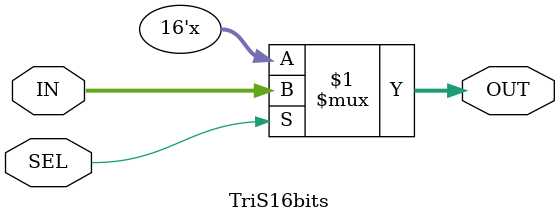
<source format=v>


module TriS16bits (
    input [15:0] IN,
    input SEL, 
    output wire [15:0] OUT
);

assign OUT = SEL ? IN : 16'bz;
    
endmodule


//varios registros pueden compartir una línea de bus, pero solo uno debe conducir 
//en un momento dado. Usar Z (alta impedancia) permite que un módulo "se desconecte" del bus cuando no le toca transmitir.








</source>
